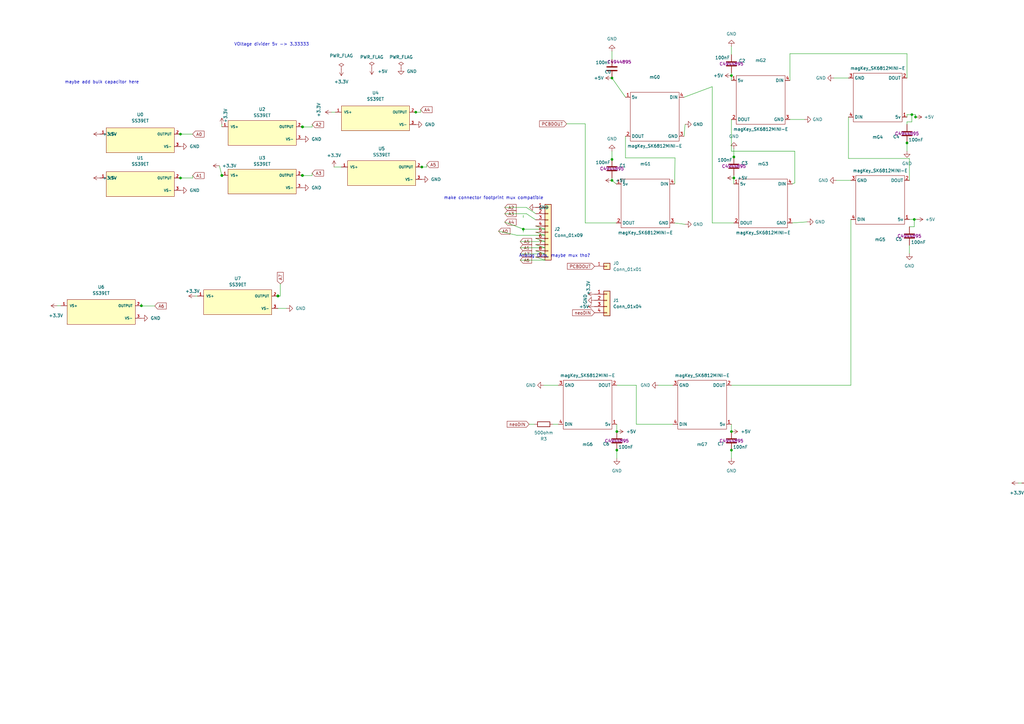
<source format=kicad_sch>
(kicad_sch (version 20211123) (generator eeschema)
  (paper "A3")
  (junction (at 214.63 93.98))
  (junction (at 518.18 144.7))
  (junction (at 374 47))
  (junction (at 251 32))
  (junction (at 694.12 103.7))
  (junction (at 593.12 162.78))
  (junction (at 593.12 175.48))
  (junction (at 593.12 170.4))
  (junction (at 647.12 257.32))
  (junction (at 647.12 249.7))
  (junction (at 769.62 120.7))
  (junction (at 300 177))
  (junction (at 593.12 172.94))
  (junction (at 90.98 71.92))
  (junction (at 695.12 145.7))
  (junction (at 375.5 48))
  (junction (at 485.16 144.7))
  (junction (at 593.12 160.24))
  (junction (at 170.52 46))
  (junction (at 645.12 138.08))
  (junction (at 375 90))
  (junction (at 91.04 72))
  (junction (at 593.12 167.86))
  (junction (at 518.2 124.78))
  (junction (at 468.14 145.7))
  (junction (at 645.12 104.7))
  (junction (at 768.12 119.7))
  (junction (at 301 73))
  (junction (at 593.12 165.32))
  (junction (at 113.98 121.34))
  (junction (at 74.02 55))
  (junction (at 74.02 73))
  (junction (at 645.12 146.7))
  (junction (at 300 31))
  (junction (at 518.14 124.7))
  (junction (at 124.02 52))
  (junction (at 58 125.42))
  (junction (at 485.1 144.62))
  (junction (at 567.14 141.2))
  (junction (at 468.14 127.7))
  (junction (at 769.12 162.7))
  (junction (at 253 184.62))
  (junction (at 253 177))
  (junction (at 508.1 194.04))
  (junction (at 173.02 68.5))
  (junction (at 564.64 118.7))
  (junction (at 452.12 198.12))
  (junction (at 372 58.62))
  (junction (at 301 64.38))
  (junction (at 124.08 52.08))
  (junction (at 114 121.42))
  (junction (at 251 65.38))
  (junction (at 694.12 257.32))
  (junction (at 766.12 131.32))
  (junction (at 695.12 137.08))
  (junction (at 300 184.62))
  (junction (at 251 74))
  (junction (at 124.06 72))
  (junction (at 518.12 144.62))
  (junction (at 694.12 249.7))
  (junction (at 508.12 194.12))
  (junction (at 124 71.92))
  (wire (pts (xy 647.12 257.32) (xy 647.12 256.7)))
  (wire (pts (xy 58 125.42) (xy 58 125.5)))
  (wire (pts (xy 172.5 46) (xy 172.5 45)))
  (wire (pts (xy 564.64 118.7) (xy 566.62 118.7)))
  (wire (pts (xy 518.14 124.7) (xy 518.2 124.78)))
  (wire (pts (xy 694.12 134.7) (xy 720.12 134.7)))
  (wire (pts (xy 213.36 101.6) (xy 223.52 101.6)))
  (wire (pts (xy 620.93 246.7) (xy 623.12 246.7)))
  (wire (pts (xy 603.25 175.26) (xy 610.87 175.26)))
  (wire (pts (xy 645.12 134.7) (xy 645.12 138.08)))
  (wire (pts (xy 468.14 145.7) (xy 473.12 145.7)))
  (wire (pts (xy 276.86 64.77) (xy 276.73 75.44)))
  (wire (pts (xy 128 72) (xy 128 71)))
  (wire (pts (xy 301 64.38) (xy 301 65)))
  (wire (pts (xy 348 32) (xy 342 32)))
  (wire (pts (xy 214.63 95.22) (xy 214.63 93.98)))
  (wire (pts (xy 518.12 144.7) (xy 518.18 144.7)))
  (wire (pts (xy 694.12 91.7) (xy 694.12 95.08)))
  (wire (pts (xy 213.36 99.06) (xy 223.52 99.06)))
  (wire (pts (xy 253 177) (xy 253 174)))
  (wire (pts (xy 531.12 141.2) (xy 534.12 141.2)))
  (wire (pts (xy 695.12 144.7) (xy 695.12 145.7)))
  (wire (pts (xy 766.12 119.7) (xy 768.12 119.7)))
  (wire (pts (xy 324 49) (xy 330 49)))
  (wire (pts (xy 603.25 161.29) (xy 603.25 160.02)))
  (wire (pts (xy 349 158) (xy 349 90)))
  (wire (pts (xy 694.12 230.7) (xy 743.12 230.7)))
  (wire (pts (xy 767.12 165.7) (xy 769.12 165.7)))
  (wire (pts (xy 261 174) (xy 276 174)))
  (wire (pts (xy 128.02 52.08) (xy 128.02 51.08)))
  (wire (pts (xy 124.08 52.08) (xy 128.02 52.08)))
  (wire (pts (xy 593.12 164.7) (xy 593.12 165.32)))
  (wire (pts (xy 300 30) (xy 300 31)))
  (wire (pts (xy 113.98 121.42) (xy 114 121.42)))
  (wire (pts (xy 769.12 162.7) (xy 769.12 165.7)))
  (wire (pts (xy 91 51) (xy 91 52)))
  (wire (pts (xy 251 21) (xy 251 24.38)))
  (wire (pts (xy 694.12 249.7) (xy 694.12 246.7)))
  (wire (pts (xy 650.66 137.47) (xy 670.98 137.47)))
  (wire (pts (xy 114.98 121.42) (xy 114.98 116.42)))
  (wire (pts (xy 623.12 230.7) (xy 617.12 230.7)))
  (wire (pts (xy 300 188) (xy 300 184.62)))
  (wire (pts (xy 593.12 162.7) (xy 593.12 162.78)))
  (wire (pts (xy 518.18 144.7) (xy 522.12 144.7)))
  (wire (pts (xy 645.12 104.7) (xy 650.66 112.58)))
  (wire (pts (xy 718.12 94.7) (xy 718.12 105.7)))
  (wire (pts (xy 694.12 103.7) (xy 694.12 105.7)))
  (wire (pts (xy 766.12 120.7) (xy 766.12 119.7)))
  (wire (pts (xy 214.63 93.98) (xy 223.52 93.98)))
  (wire (pts (xy 655.12 246.7) (xy 670.12 246.7)))
  (wire (pts (xy 452.12 197.2) (xy 452.12 198.12)))
  (wire (pts (xy 372 50) (xy 374 50)))
  (wire (pts (xy 375 90) (xy 376 90)))
  (wire (pts (xy 261 158) (xy 261 174)))
  (wire (pts (xy 301 61) (xy 301 64.38)))
  (wire (pts (xy 215.9 85.09) (xy 219.71 87.63)))
  (wire (pts (xy 373 93) (xy 375 93)))
  (wire (pts (xy 213.36 104.14) (xy 223.52 104.14)))
  (wire (pts (xy 23.48 125.42) (xy 24.98 125.42)))
  (wire (pts (xy 207.01 87.63) (xy 215.9 87.63)))
  (wire (pts (xy 300.99 91.44) (xy 292.1 91.44)))
  (wire (pts (xy 766.12 123.7) (xy 766.12 122.7)))
  (wire (pts (xy 124 71.92) (xy 124.06 72)))
  (wire (pts (xy 301 72) (xy 301 73)))
  (wire (pts (xy 603.25 172.72) (xy 610.87 172.72)))
  (wire (pts (xy 343 74) (xy 349 74)))
  (wire (pts (xy 694.12 257.32) (xy 694.12 256.7)))
  (wire (pts (xy 280.54 39.88) (xy 292.1 35.56)))
  (wire (pts (xy 508.1 194.12) (xy 508.12 194.12)))
  (wire (pts (xy 650.66 128.58) (xy 650.66 137.47)))
  (wire (pts (xy 695.12 137.08) (xy 695.12 137.7)))
  (wire (pts (xy 694.12 102.7) (xy 694.12 103.7)))
  (wire (pts (xy 577.85 161.29) (xy 593.12 160.24)))
  (wire (pts (xy 474.1 194.12) (xy 475.1 194.12)))
  (wire (pts (xy 300 62) (xy 326 62)))
  (wire (pts (xy 694.12 121.7) (xy 694.12 134.7)))
  (wire (pts (xy 452.12 198.12) (xy 452.12 198.2)))
  (wire (pts (xy 253 158) (xy 261 158)))
  (wire (pts (xy 372 22) (xy 324 22)))
  (wire (pts (xy 737.12 146.7) (xy 743.12 146.7)))
  (wire (pts (xy 457.62 198.2) (xy 452.12 198.2)))
  (wire (pts (xy 766.12 94.7) (xy 718.12 94.7)))
  (wire (pts (xy 223.52 93.98) (xy 219.71 92.71)))
  (wire (pts (xy 217 174) (xy 219.19 174)))
  (wire (pts (xy 251 74) (xy 252.73 75.44)))
  (wire (pts (xy 468.14 127.7) (xy 473.12 127.7)))
  (wire (pts (xy 173.02 68.5) (xy 175 68.5)))
  (wire (pts (xy 611.12 246.7) (xy 613.31 246.7)))
  (wire (pts (xy 372 48) (xy 372 47)))
  (wire (pts (xy 372 32) (xy 372 22)))
  (wire (pts (xy 569.12 141.2) (xy 569.12 140.2)))
  (wire (pts (xy 276.73 91.44) (xy 281 92)))
  (wire (pts (xy 137 68.5) (xy 140 68.5)))
  (wire (pts (xy 251 62) (xy 251 65.38)))
  (wire (pts (xy 215.9 87.63) (xy 219.71 90.17)))
  (wire (pts (xy 603.25 170.18) (xy 610.87 170.18)))
  (wire (pts (xy 251 32) (xy 256.54 39.88)))
  (wire (pts (xy 485.12 123.7) (xy 485.12 124.7)))
  (wire (pts (xy 372 58.62) (xy 372 58)))
  (wire (pts (xy 170.5 46) (xy 170.52 46)))
  (wire (pts (xy 603.25 160.02) (xy 610.87 160.02)))
  (wire (pts (xy 136 46) (xy 137.5 46)))
  (wire (pts (xy 593.12 172.94) (xy 593.12 173.7)))
  (wire (pts (xy 214.63 93.98) (xy 207.01 91.09)))
  (wire (pts (xy 647.12 260.7) (xy 647.12 257.32)))
  (wire (pts (xy 670.12 230.7) (xy 664.12 230.7)))
  (wire (pts (xy 593.12 170.4) (xy 593.12 171.7)))
  (wire (pts (xy 213.36 106.68) (xy 223.52 106.68)))
  (wire (pts (xy 113.98 121.34) (xy 114 121.42)))
  (wire (pts (xy 743.12 230.7) (xy 743.12 162.7)))
  (wire (pts (xy 74.02 55) (xy 79 55)))
  (wire (pts (xy 90.98 71.92) (xy 91.04 72)))
  (wire (pts (xy 509.1 194.12) (xy 509.1 189.12)))
  (wire (pts (xy 223.52 106.68) (xy 219.71 105.41)))
  (wire (pts (xy 114 126.5) (xy 117.5 126.5)))
  (wire (pts (xy 175 68.5) (xy 175 67.5)))
  (wire (pts (xy 645.12 145.7) (xy 645.12 146.7)))
  (wire (pts (xy 223.52 104.14) (xy 219.71 102.87)))
  (wire (pts (xy 373 74) (xy 373 65)))
  (wire (pts (xy 251 73) (xy 251 74)))
  (wire (pts (xy 603.25 162.56) (xy 610.87 162.56)))
  (wire (pts (xy 674.66 128.58) (xy 675.12 123.7)))
  (wire (pts (xy 593.12 159.7) (xy 593.12 160.24)))
  (wire (pts (xy 593.12 167.7) (xy 593.12 167.86)))
  (wire (pts (xy 375.5 48) (xy 375.5 48.5)))
  (wire (pts (xy 647.12 230.7) (xy 655.12 230.7)))
  (wire (pts (xy 173 68.5) (xy 173.02 68.5)))
  (wire (pts (xy 256.54 55.88) (xy 256.54 64.77)))
  (wire (pts (xy 647.12 249.7) (xy 647.12 246.7)))
  (wire (pts (xy 646.85 164.14) (xy 634.15 164.14)))
  (wire (pts (xy 114 121.42) (xy 114.98 121.42)))
  (wire (pts (xy 300 19) (xy 300 22.38)))
  (wire (pts (xy 593.12 172.7) (xy 593.12 172.94)))
  (wire (pts (xy 485.1 144.62) (xy 485.12 144.7)))
  (wire (pts (xy 768.12 119.7) (xy 769.62 119.7)))
  (wire (pts (xy 58 124.5) (xy 58 125.42)))
  (wire (pts (xy 251 65.38) (xy 251 66)))
  (wire (pts (xy 372 62) (xy 372 58.62)))
  (wire (pts (xy 90 68) (xy 90.98 71.92)))
  (wire (pts (xy 223.52 96.52) (xy 219.71 95.25)))
  (wire (pts (xy 655.12 230.7) (xy 655.12 246.7)))
  (wire (pts (xy 686.22 108.26) (xy 686.22 164.14)))
  (wire (pts (xy 276 158) (xy 270 158)))
  (wire (pts (xy 567.12 141.2) (xy 567.14 141.2)))
  (wire (pts (xy 326 62) (xy 326 75)))
  (wire (pts (xy 718.12 121.7) (xy 724.12 121.7)))
  (wire (pts (xy 373 90) (xy 375 90)))
  (wire (pts (xy 603.25 167.64) (xy 610.87 167.64)))
  (wire (pts (xy 694.12 260.7) (xy 694.12 257.32)))
  (wire (pts (xy 229 158) (xy 223 158)))
  (wire (pts (xy 645.12 146.7) (xy 646.85 148.14)))
  (wire (pts (xy 372 47) (xy 374 47)))
  (wire (pts (xy 223.52 101.6) (xy 219.71 100.33)))
  (wire (pts (xy 593.12 175.48) (xy 593.12 177.7)))
  (wire (pts (xy 769.62 120.7) (xy 769.62 121.2)))
  (wire (pts (xy 518.14 124.78) (xy 518.2 124.78)))
  (wire (pts (xy 577.85 168.91) (xy 593.12 167.86)))
  (wire (pts (xy 634.15 164.14) (xy 634.15 123.5)))
  (wire (pts (xy 577.85 171.45) (xy 593.12 170.4)))
  (wire (pts (xy 348 65) (xy 348 48)))
  (wire (pts (xy 240.03 91.44) (xy 240.03 50.8)))
  (wire (pts (xy 301 73) (xy 300.99 75.44)))
  (wire (pts (xy 769.12 162.7) (xy 770.12 162.7)))
  (wire (pts (xy 253 188) (xy 253 184.62)))
  (wire (pts (xy 766.12 104.7) (xy 766.12 94.7)))
  (wire (pts (xy 252.73 91.44) (xy 240.03 91.44)))
  (wire (pts (xy 373 65) (xy 348 65)))
  (wire (pts (xy 232.41 50.8) (xy 240.03 50.8)))
  (wire (pts (xy 326 75) (xy 324.99 75.44)))
  (wire (pts (xy 674.66 112.58) (xy 686.22 108.26)))
  (wire (pts (xy 485.1 144.62) (xy 485.16 144.7)))
  (wire (pts (xy 603.25 177.8) (xy 610.87 177.8)))
  (wire (pts (xy 767.12 176.7) (xy 767.12 173.32)))
  (wire (pts (xy 300 177) (xy 300 174)))
  (wire (pts (xy 593.12 169.7) (xy 593.12 170.4)))
  (wire (pts (xy 593.12 160.24) (xy 593.12 160.7)))
  (wire (pts (xy 280.54 55.88) (xy 281 51)))
  (wire (pts (xy 226.81 174) (xy 229 174)))
  (wire (pts (xy 695.12 133.7) (xy 695.12 137.08)))
  (wire (pts (xy 212.09 96.52) (xy 223.52 96.52)))
  (wire (pts (xy 300 184.62) (xy 300 184)))
  (wire (pts (xy 124.06 72) (xy 128 72)))
  (wire (pts (xy 214.63 88.31) (xy 214.63 89.22)))
  (wire (pts (xy 417.6 198.12) (xy 419.1 198.12)))
  (wire (pts (xy 375 90) (xy 375 93)))
  (wire (pts (xy 566.62 118.7) (xy 566.62 117.7)))
  (wire (pts (xy 719.11 164.14) (xy 725.12 163.7)))
  (wire (pts (xy 170.52 46) (xy 172.5 46)))
  (wire (pts (xy 670.85 164.14) (xy 675.12 164.7)))
  (wire (pts (xy 468.12 127.7) (xy 468.14 127.7)))
  (wire (pts (xy 375.5 47) (xy 375.5 48)))
  (wire (pts (xy 79 73) (xy 79 72)))
  (wire (pts (xy 626.53 123.5) (xy 634.15 123.5)))
  (wire (pts (xy 767.12 162.7) (xy 769.12 162.7)))
  (wire (pts (xy 300 49) (xy 300 62)))
  (wire (pts (xy 223.52 99.06) (xy 219.71 97.79)))
  (wire (pts (xy 484.12 140.7) (xy 485.1 144.62)))
  (wire (pts (xy 766.12 131.32) (xy 766.12 130.7)))
  (wire (pts (xy 577.85 166.37) (xy 593.12 165.32)))
  (wire (pts (xy 530.12 118.7) (xy 531.62 118.7)))
  (wire (pts (xy 518.2 124.78) (xy 522.14 124.78)))
  (wire (pts (xy 508.12 194.12) (xy 509.1 194.12)))
  (wire (pts (xy 372 51) (xy 372 50)))
  (wire (pts (xy 742.12 137.7) (xy 742.12 120.7)))
  (wire (pts (xy 374 47) (xy 375.5 47)))
  (wire (pts (xy 567.14 141.2) (xy 569.12 141.2)))
  (wire (pts (xy 63.5 125.5) (xy 58 125.5)))
  (wire (pts (xy 324.99 91.44) (xy 331 91)))
  (wire (pts (xy 577.85 176.53) (xy 593.12 175.48)))
  (wire (pts (xy 374 47) (xy 374 50)))
  (wire (pts (xy 695.12 145.7) (xy 695.11 148.14)))
  (wire (pts (xy 473.12 145.7) (xy 473.12 144.7)))
  (wire (pts (xy 124 72) (xy 124.06 72)))
  (wire (pts (xy 766.12 122.7) (xy 768.12 122.7)))
  (wire (pts (xy 256.54 64.77) (xy 276.86 64.77)))
  (wire (pts (xy 74 73) (xy 74.02 73)))
  (wire (pts (xy 79.98 121.42) (xy 80.98 121.42)))
  (wire (pts (xy 292.1 35.56) (xy 292.1 91.44)))
  (wire (pts (xy 207.01 85.09) (xy 215.9 85.09)))
  (wire (pts (xy 522.12 144.7) (xy 522.12 143.7)))
  (wire (pts (xy 603.25 165.1) (xy 610.87 165.1)))
  (wire (pts (xy 769.62 119.7) (xy 769.62 120.7)))
  (wire (pts (xy 564.62 118.7) (xy 564.64 118.7)))
  (wire (pts (xy 577.85 173.99) (xy 593.12 172.94)))
  (wire (pts (xy 124.02 52.08) (xy 124.08 52.08)))
  (wire (pts (xy 593.12 167.86) (xy 593.12 168.7)))
  (wire (pts (xy 670.98 137.47) (xy 670.85 148.14)))
  (wire (pts (xy 518.12 144.62) (xy 518.18 144.7)))
  (wire (pts (xy 300 158) (xy 349 158)))
  (wire (pts (xy 508.12 199.2) (xy 511.62 199.2)))
  (wire (pts (xy 74.02 73) (xy 79 73)))
  (wire (pts (xy 300 31) (xy 300 33)))
  (wire (pts (xy 767.12 137.7) (xy 742.12 137.7)))
  (wire (pts (xy 212.09 96.52) (xy 204.47 94.82)))
  (wire (pts (xy 253 184.62) (xy 253 184)))
  (wire (pts (xy 695.11 164.14) (xy 686.22 164.14)))
  (wire (pts (xy 593.12 162.78) (xy 593.12 163.7)))
  (wire (pts (xy 468.12 145.7) (xy 468.14 145.7)))
  (wire (pts (xy 768.12 119.7) (xy 768.12 122.7)))
  (wire (pts (xy 720.12 147.7) (xy 719.11 148.14)))
  (wire (pts (xy 508.1 194.04) (xy 508.12 194.12)))
  (wire (pts (xy 645.12 138.08) (xy 645.12 138.7)))
  (wire (pts (xy 767.12 146.7) (xy 767.12 137.7)))
  (wire (pts (xy 324 22) (xy 324 33)))
  (wire (pts (xy 593.12 165.32) (xy 593.12 166.7)))
  (wire (pts (xy 124.02 52) (xy 124.08 52.08)))
  (wire (pts (xy 90.98 71.92) (xy 91 72)))
  (wire (pts (xy 74 55) (xy 74.02 55)))
  (wire (pts (xy 593.12 174.7) (xy 593.12 175.48)))
  (wire (pts (xy 373 104) (xy 373 100.62)))
  (wire (pts (xy 742.12 104.7) (xy 736.12 104.7)))
  (wire (pts (xy 577.85 163.83) (xy 593.12 162.78)))
  (wire (pts (xy 522.14 124.78) (xy 522.14 123.78)))
  (wire (pts (xy 720.12 134.7) (xy 720.12 147.7)))
  (wire (pts (xy 645.12 93.7) (xy 645.12 97.08)))
  (wire (pts (xy 766.12 134.7) (xy 766.12 131.32)))
  (text "VOltage divider 5v -> 3.33333\n" (at 490.12 91.7 0) (effects (font (size 1.27 1.27)) (justify left bottom)))
  (text "VOltage divider 5v -> 3.33333\n" (at 96 19 0) (effects (font (size 1.27 1.27)) (justify left bottom)))
  (text "maybe add bulk capacitor here\n" (at 26.5 34.5 0) (effects (font (size 1.27 1.27)) (justify left bottom)))
  (text "maybe add bulk capacitor here\n" (at 420.62 107.2 0) (effects (font (size 1.27 1.27)) (justify left bottom)))
  (text "make connector footprint mux compatible\n" (at 576.12 154.7 0) (effects (font (size 1.27 1.27)) (justify left bottom)))
  (text "make connector footprint mux compatible\n" (at 182 82 0) (effects (font (size 1.27 1.27)) (justify left bottom)))
  (text "Analog Outs, maybe mux tho?\n" (at 212.81 105.68 0) (effects (font (size 1.27 1.27)) (justify left bottom)))
  (text "Analog Outs, maybe mux tho?\n" (at 603.25 177.8 0) (effects (font (size 1.27 1.27)) (justify left bottom)))
  (global_label "A12" (shape input) (at 603.25 160.02 0) (property "Intersheet References" "${INTERSHEET_REFS}" (effects hide)))
  (global_label "A15" (shape input) (at 569.12 140.2 0) (property "Intersheet References" "${INTERSHEET_REFS}" (effects hide)))
  (global_label "A17" (shape input) (at 509.1 189.12 90) (property "Intersheet References" "${INTERSHEET_REFS}" (effects hide)))
  (global_label "neoDIN" (shape input) (at 217 174 180) (property "Intersheet References" "${INTERSHEET_REFS}" (effects hide)))
  (global_label "A1" (shape input) (at 213.36 101.6 0) (property "Intersheet References" "${INTERSHEET_REFS}" (effects hide)))
  (global_label "A5" (shape input) (at 175 67.5 0) (property "Intersheet References" "${INTERSHEET_REFS}" (effects hide)))
  (global_label "A1" (shape input) (at 79 72 0) (property "Intersheet References" "${INTERSHEET_REFS}" (effects hide)))
  (global_label "A4" (shape input) (at 207.01 91.09 0) (property "Intersheet References" "${INTERSHEET_REFS}" (effects hide)))
  (global_label "neoDIN" (shape input) (at 243.84 128.27 180) (property "Intersheet References" "${INTERSHEET_REFS}" (effects hide)))
  (global_label "A2" (shape input) (at 207.01 85.09 0) (property "Intersheet References" "${INTERSHEET_REFS}" (effects hide)))
  (global_label "A6" (shape input) (at 63.5 125.5 0) (property "Intersheet References" "${INTERSHEET_REFS}" (effects hide)))
  (global_label "A10" (shape input) (at 603.25 167.64 0) (property "Intersheet References" "${INTERSHEET_REFS}" (effects hide)))
  (global_label "PCBDOUT2" (shape input) (at 626.53 123.5 180) (property "Intersheet References" "${INTERSHEET_REFS}" (effects hide)))
  (global_label "PCBDOUT" (shape input) (at 243.84 109.22 180) (property "Intersheet References" "${INTERSHEET_REFS}" (effects hide)))
  (global_label "A11" (shape input) (at 473.12 144.7 0) (property "Intersheet References" "${INTERSHEET_REFS}" (effects hide)))
  (global_label "A14" (shape input) (at 566.62 117.7 0) (property "Intersheet References" "${INTERSHEET_REFS}" (effects hide)))
  (global_label "A14" (shape input) (at 603.25 165.1 0) (property "Intersheet References" "${INTERSHEET_REFS}" (effects hide)))
  (global_label "A11" (shape input) (at 603.25 172.72 0) (property "Intersheet References" "${INTERSHEET_REFS}" (effects hide)))
  (global_label "A7" (shape input) (at 213.36 104.14 0) (property "Intersheet References" "${INTERSHEET_REFS}" (effects hide)))
  (global_label "A6" (shape input) (at 213.36 106.68 0) (property "Intersheet References" "${INTERSHEET_REFS}" (effects hide)))
  (global_label "A3" (shape input) (at 207.01 87.63 0) (property "Intersheet References" "${INTERSHEET_REFS}" (effects hide)))
  (global_label "PCBDOUT" (shape input) (at 232.41 50.8 180) (property "Intersheet References" "${INTERSHEET_REFS}" (effects hide)))
  (global_label "A0" (shape input) (at 79 55 0) (property "Intersheet References" "${INTERSHEET_REFS}" (effects hide)))
  (global_label "A12" (shape input) (at 522.14 123.78 0) (property "Intersheet References" "${INTERSHEET_REFS}" (effects hide)))
  (global_label "PCBDOUT2" (shape input) (at 637.96 181.92 180) (property "Intersheet References" "${INTERSHEET_REFS}" (effects hide)))
  (global_label "A7" (shape input) (at 114.98 116.42 90) (property "Intersheet References" "${INTERSHEET_REFS}" (effects hide)))
  (global_label "A3" (shape input) (at 128 71 0) (property "Intersheet References" "${INTERSHEET_REFS}" (effects hide)))
  (global_label "A16" (shape input) (at 457.62 198.2 0) (property "Intersheet References" "${INTERSHEET_REFS}" (effects hide)))
  (global_label "A10" (shape input) (at 473.12 127.7 0) (property "Intersheet References" "${INTERSHEET_REFS}" (effects hide)))
  (global_label "A5" (shape input) (at 213.36 99.06 0) (property "Intersheet References" "${INTERSHEET_REFS}" (effects hide)))
  (global_label "A2" (shape input) (at 128.02 51.08 0) (property "Intersheet References" "${INTERSHEET_REFS}" (effects hide)))
  (global_label "A15" (shape input) (at 603.25 170.18 0) (property "Intersheet References" "${INTERSHEET_REFS}" (effects hide)))
  (global_label "A4" (shape input) (at 172.5 45 0) (property "Intersheet References" "${INTERSHEET_REFS}" (effects hide)))
  (global_label "A16" (shape input) (at 603.25 177.8 0) (property "Intersheet References" "${INTERSHEET_REFS}" (effects hide)))
  (global_label "A0" (shape input) (at 204.47 94.82 0) (property "Intersheet References" "${INTERSHEET_REFS}" (effects hide)))
  (global_label "neoDIN2" (shape input) (at 611.12 246.7 180) (property "Intersheet References" "${INTERSHEET_REFS}" (effects hide)))
  (global_label "A17" (shape input) (at 603.25 175.26 0) (property "Intersheet References" "${INTERSHEET_REFS}" (effects hide)))
  (global_label "A13" (shape input) (at 522.12 143.7 0) (property "Intersheet References" "${INTERSHEET_REFS}" (effects hide)))
  (global_label "A13" (shape input) (at 603.25 162.56 0) (property "Intersheet References" "${INTERSHEET_REFS}" (effects hide)))
  (global_label "neoDIN2" (shape input) (at 637.96 200.97 180) (property "Intersheet References" "${INTERSHEET_REFS}" (effects hide)))
  (symbol (lib_id "power:+3.3V") (at 243.84 120.65 90) (unit 1)
    (property "Reference" "#PWR0110" (effects hide))
    (property "Value" "+3.3V" (at 241.3 118.11 0))
  )
  (symbol (lib_id "power:+3.3V") (at 435.12 145.7 90) (unit 1)
    (property "Reference" "#PWR03" (effects hide))
    (property "Value" "+3.3V" (at 436.22 145.6999 90) (effects (justify right)))
  )
  (symbol (lib_id "power:GND") (at 518.14 129.78 90) (unit 1)
    (property "Reference" "#PWR036" (effects hide))
    (property "Value" "GND" (at 521.88 129.7799 90) (effects (justify right)))
  )
  (symbol (lib_id "power:GND") (at 737.12 146.7 270) (unit 1)
    (property "Reference" "#PWR066" (effects hide))
    (property "Value" "GND" (at 733.86 146.7001 90) (effects (justify right)))
  )
  (symbol (lib_id "power:PWR_FLAG") (at 140 28.5 0) (unit 1)
    (property "Reference" "#FLG0103" (effects hide))
    (property "Value" "PWR_FLAG" (at 140 22.86 0))
  )
  (symbol (lib_id "power:+3.3V") (at 137 68.5 0) (unit 1)
    (property "Reference" "#PWR0112" (effects hide))
    (property "Value" "+3.3V" (at 137 63.73 0))
  )
  (symbol (lib_id "power:GND") (at 694.12 260.7 0) (unit 1)
    (property "Reference" "#PWR060" (effects hide))
    (property "Value" "GND" (at 694.12 265.78 0))
  )
  (symbol (lib_id "power:GND") (at 300 19 180) (unit 1)
    (property "Reference" "#PWR012" (effects hide))
    (property "Value" "GND" (at 300 13.92 0))
  )
  (symbol (lib_id "projSymLib:magKey_SK6812MINI-E") (at 755.12 155.7 180) (unit 1) (in_bom no)
    (property "Reference" "mG15" (at 755.12 170.94 0))
    (property "Value" "magKey_SK6812MINI-E" (at 755.12 142.7 0))
    (property "Footprint" "projLib:magKey_SK6812MINI-E" (effects hide))
  )
  (symbol (lib_id "Device:100nF ") (at 694.12 98.89 180) (unit 1)
    (property "Reference" "C12" (at 697.23 97.6199 0) (effects (justify right)))
    (property "Value" "100nF " (at 693.485 96.35 0) (effects (justify left)))
    (property "Footprint" "Keebio-Parts2:C_0603" (effects hide))
    (property "LCSC" "C4944895" (at 694.12 98.89 0))
  )
  (symbol (lib_id "projSymLib:SS39ET") (at 88.44 71.92 0) (unit 1)
    (property "Reference" "U3" (at 107.49 64.77 0))
    (property "Value" "SS39ET" (at 107.49 67.31 0))
    (property "Footprint" "projLib:SOT95P247X115-3N" (effects hide))
    (property "Datasheet" "https://sensing.honeywell.com/index.php?ci_id=50359" (effects hide))
    (property "LCSC" "C126669" (effects hide))
  )
  (symbol (lib_id "power:GND") (at 74.02 78.08 90) (unit 1)
    (property "Reference" "#PWR0113" (effects hide))
    (property "Value" "GND" (at 77.76 78.0799 90) (effects (justify right)))
  )
  (symbol (lib_id "power:GND") (at 724.12 121.7 90) (unit 1)
    (property "Reference" "#PWR063" (effects hide))
    (property "Value" "GND" (at 727.38 121.6999 90) (effects (justify right)))
  )
  (symbol (lib_id "projSymLib:magKey_SK6812MINI-E") (at 707.11 155.14 0) (unit 1) (in_bom no)
    (property "Reference" "mG13" (at 707.11 139.9 0))
    (property "Value" "magKey_SK6812MINI-E" (at 707.11 168.14 0))
    (property "Footprint" "projLib:magKey_SK6812MINI-E" (effects hide))
  )
  (symbol (lib_id "projSymLib:SS39ET") (at 472.56 194.12 0) (unit 1)
    (property "Reference" "U17" (at 491.61 186.69 0))
    (property "Value" "SS39ET" (at 491.61 189.23 0))
    (property "Footprint" "projLib:SOT95P247X115-3N" (effects hide))
    (property "Datasheet" "https://sensing.honeywell.com/index.php?ci_id=50359" (effects hide))
    (property "LCSC" "C126669" (effects hide))
  )
  (symbol (lib_id "power:+3.3V") (at 23.48 125.42 90) (unit 1)
    (property "Reference" "#PWR08" (effects hide))
    (property "Value" "+3.3V" (at 19.98 129.42 90) (effects (justify right)))
  )
  (symbol (lib_id "projSymLib:SS39ET") (at 88.46 52 0) (unit 1)
    (property "Reference" "U2" (at 107.51 44.8 0))
    (property "Value" "SS39ET" (at 107.51 47.34 0))
    (property "Footprint" "projLib:SOT95P247X115-3N" (effects hide))
    (property "Datasheet" "https://sensing.honeywell.com/index.php?ci_id=50359" (effects hide))
    (property "LCSC" "C126669" (effects hide))
  )
  (symbol (lib_id "power:GND") (at 468.14 132.78 90) (unit 1)
    (property "Reference" "#PWR029" (effects hide))
    (property "Value" "GND" (at 471.88 132.7799 90) (effects (justify right)))
  )
  (symbol (lib_id "Device:100nF ") (at 645.12 141.89 180) (unit 1)
    (property "Reference" "C11" (at 648.97 140.6199 0) (effects (justify right)))
    (property "Value" "100nF " (at 644.485 139.35 0) (effects (justify left)))
    (property "Footprint" "Keebio-Parts2:C_0603" (effects hide))
    (property "LCSC" "C4944895" (at 645.12 141.89 0))
  )
  (symbol (lib_id "power:GND") (at 518.12 149.7 90) (unit 1)
    (property "Reference" "#PWR035" (effects hide))
    (property "Value" "GND" (at 521.86 149.6999 90) (effects (justify right)))
  )
  (symbol (lib_id "power:+5V") (at 694.12 103.7 90) (unit 1)
    (property "Reference" "#PWR058" (effects hide))
    (property "Value" "+5V" (at 690.77 103.6999 90) (effects (justify left)))
  )
  (symbol (lib_id "Device:100nF ") (at 251 69.19 180) (unit 1)
    (property "Reference" "C1" (at 254 67.9199 0) (effects (justify right)))
    (property "Value" "100nF " (at 250.365 66.65 0) (effects (justify left)))
    (property "Footprint" "Keebio-Parts2:C_0603" (effects hide))
    (property "LCSC" "C4944895" (at 251 69.19 0))
  )
  (symbol (lib_id "Device:R") (at 617.12 246.7 90) (unit 1) (in_bom no)
    (property "Reference" "R1" (at 617.12 252.71 90))
    (property "Value" "500ohm" (at 617.12 250.17 90))
    (property "Footprint" "Resistor_THT:R_Axial_DIN0414_L11.9mm_D4.5mm_P15.24mm_Horizontal" (effects hide))
  )
  (symbol (lib_id "power:GND") (at 645.12 93.7 180) (unit 1)
    (property "Reference" "#PWR048" (effects hide))
    (property "Value" "GND" (at 645.12 88.62 0))
  )
  (symbol (lib_id "Device:R") (at 223 174 90) (unit 1) (in_bom no)
    (property "Reference" "R3" (at 223 180.01 90))
    (property "Value" "500ohm" (at 223 177.47 90))
    (property "Footprint" "Resistor_THT:R_Axial_DIN0414_L11.9mm_D4.5mm_P15.24mm_Horizontal" (effects hide))
  )
  (symbol (lib_id "power:+3.3V") (at 531.12 141.2 0) (unit 1)
    (property "Reference" "#PWR038" (effects hide))
    (property "Value" "+3.3V" (at 531.12 136.43 0))
  )
  (symbol (lib_id "power:GND") (at 170.52 51.08 90) (unit 1)
    (property "Reference" "#PWR06" (effects hide))
    (property "Value" "GND" (at 174.26 51.0799 90) (effects (justify right)))
  )
  (symbol (lib_id "Device:100nF ") (at 300 180.81 0) (unit 1)
    (property "Reference" "C7" (at 296.97 182.0801 0) (effects (justify right)))
    (property "Value" "100nF " (at 300.635 183.35 0) (effects (justify left)))
    (property "Footprint" "Keebio-Parts2:C_0603" (effects hide))
    (property "LCSC" "C4944895" (at 300 180.81 0))
  )
  (symbol (lib_id "power:GND") (at 251 21 180) (unit 1)
    (property "Reference" "#PWR0106" (effects hide))
    (property "Value" "GND" (at 251 15.92 0))
  )
  (symbol (lib_id "power:+5V") (at 645.12 104.7 90) (unit 1)
    (property "Reference" "#PWR049" (effects hide))
    (property "Value" "+5V" (at 641.77 104.6999 90) (effects (justify left)))
  )
  (symbol (lib_id "projSymLib:magKey_SK6812MINI-E") (at 288 167 180) (unit 1) (in_bom no)
    (property "Reference" "mG7" (at 288 182.24 0))
    (property "Value" "magKey_SK6812MINI-E" (at 288 154 0))
    (property "Footprint" "projLib:magKey_SK6812MINI-E" (effects hide))
  )
  (symbol (lib_id "projSymLib:magKey_SK6812MINI-E") (at 268.54 46.88 0) (unit 1) (in_bom no)
    (property "Reference" "mG0" (at 268.54 31.64 0))
    (property "Value" "magKey_SK6812MINI-E" (at 268.54 59.88 0))
    (property "Footprint" "projLib:magKey_SK6812MINI-E_FLIPPED" (effects hide))
  )
  (symbol (lib_id "power:+5V") (at 769.62 120.7 270) (unit 1)
    (property "Reference" "#PWR069" (effects hide))
    (property "Value" "+5V" (at 773.08 120.6999 90) (effects (justify left)))
  )
  (symbol (lib_id "projSymLib:SS39ET") (at 137.46 68.5 0) (unit 1)
    (property "Reference" "U5" (at 156.51 60.96 0))
    (property "Value" "SS39ET" (at 156.51 63.5 0))
    (property "Footprint" "projLib:SOT95P247X115-3N" (effects hide))
    (property "Datasheet" "https://sensing.honeywell.com/index.php?ci_id=50359" (effects hide))
    (property "LCSC" "C126669" (effects hide))
  )
  (symbol (lib_id "power:GND") (at 164.5 28 0) (unit 1)
    (property "Reference" "#PWR0120" (effects hide))
    (property "Value" "GND" (at 166.84 29.2699 0) (effects (justify left)))
  )
  (symbol (lib_id "power:GND") (at 372 62 0) (unit 1)
    (property "Reference" "#PWR019" (effects hide))
    (property "Value" "GND" (at 372 67.08 0))
  )
  (symbol (lib_id "power:GND") (at 695.12 133.7 180) (unit 1)
    (property "Reference" "#PWR061" (effects hide))
    (property "Value" "GND" (at 695.12 128.62 0))
  )
  (symbol (lib_id "Device:100nF ") (at 695.12 140.89 180) (unit 1)
    (property "Reference" "C13" (at 698.15 139.6199 0) (effects (justify right)))
    (property "Value" "100nF " (at 694.485 138.35 0) (effects (justify left)))
    (property "Footprint" "Keebio-Parts2:C_0603" (effects hide))
    (property "LCSC" "C4944895" (at 695.12 140.89 0))
  )
  (symbol (lib_id "projSymLib:SS39ET") (at 38.46 55 0) (unit 1)
    (property "Reference" "U0" (at 57.51 46.99 0))
    (property "Value" "SS39ET" (at 57.51 49.53 0))
    (property "Footprint" "projLib:SOT95P247X115-3N" (effects hide))
    (property "Datasheet" "https://sensing.honeywell.com/index.php?ci_id=50359" (effects hide))
    (property "LCSC" "C126669" (effects hide))
  )
  (symbol (lib_id "power:GND") (at 251 62 180) (unit 1)
    (property "Reference" "#PWR0104" (effects hide))
    (property "Value" "GND" (at 251 56.92 0))
  )
  (symbol (lib_id "power:GND") (at 219.71 85.09 270) (unit 1)
    (property "Reference" "#PWR0123" (effects hide))
    (property "Value" "GND" (at 220.98 85.0899 90) (effects (justify left)))
  )
  (symbol (lib_id "power:+3.3V") (at 484.12 140.7 90) (unit 1)
    (property "Reference" "#PWR032" (effects hide))
    (property "Value" "+3.3V" (at 485.22 140.6999 90) (effects (justify right)))
  )
  (symbol (lib_id "power:GND") (at 564.64 123.78 90) (unit 1)
    (property "Reference" "#PWR042" (effects hide))
    (property "Value" "GND" (at 568.38 123.7799 90) (effects (justify right)))
  )
  (symbol (lib_id "projSymLib:SS39ET") (at 482.58 124.7 0) (unit 1)
    (property "Reference" "U12" (at 501.63 116.84 0))
    (property "Value" "SS39ET" (at 501.63 119.38 0))
    (property "Footprint" "projLib:SOT95P247X115-3N" (effects hide))
    (property "Datasheet" "https://sensing.honeywell.com/index.php?ci_id=50359" (effects hide))
    (property "LCSC" "C126669" (effects hide))
  )
  (symbol (lib_id "power:GND") (at 342 32 270) (unit 1)
    (property "Reference" "#PWR0102" (effects hide))
    (property "Value" "GND" (at 338.74 32.0001 90) (effects (justify right)))
  )
  (symbol (lib_id "projSymLib:SS39ET") (at 22.44 125.42 0) (unit 1)
    (property "Reference" "U6" (at 41.49 117.72 0))
    (property "Value" "SS39ET" (at 41.49 120.26 0))
    (property "Footprint" "projLib:SOT95P247X115-3N" (effects hide))
    (property "Datasheet" "https://sensing.honeywell.com/index.php?ci_id=50359" (effects hide))
    (property "LCSC" "C126669" (effects hide))
  )
  (symbol (lib_id "power:GND") (at 173.02 73.58 90) (unit 1)
    (property "Reference" "#PWR07" (effects hide))
    (property "Value" "GND" (at 176.76 73.5799 90) (effects (justify right)))
  )
  (symbol (lib_id "power:GND") (at 74.02 60.08 90) (unit 1)
    (property "Reference" "#PWR0114" (effects hide))
    (property "Value" "GND" (at 77.76 60.0799 90) (effects (justify right)))
  )
  (symbol (lib_id "power:+3.3V") (at 485.12 123.7 0) (unit 1)
    (property "Reference" "#PWR033" (effects hide))
    (property "Value" "+3.3V" (at 486.62 117.2 90) (effects (justify right)))
  )
  (symbol (lib_id "power:GND") (at 124.02 57.08 90) (unit 1)
    (property "Reference" "#PWR04" (effects hide))
    (property "Value" "GND" (at 127.76 57.0799 90) (effects (justify right)))
  )
  (symbol (lib_id "power:+3.3V") (at 417.6 198.12 90) (unit 1)
    (property "Reference" "#PWR01" (effects hide))
    (property "Value" "+3.3V" (at 414.1 202.12 90) (effects (justify right)))
  )
  (symbol (lib_id "Device:100nF ") (at 251 28.19 180) (unit 1)
    (property "Reference" "C0" (at 248 29.4601 0) (effects (justify right)))
    (property "Value" "100nF " (at 250.365 25.65 0) (effects (justify left)))
    (property "Footprint" "Keebio-Parts2:C_0603" (effects hide))
    (property "LCSC" "C4944895" (at 254 25.4 0))
  )
  (symbol (lib_id "power:+3.3V") (at 530.12 118.7 90) (unit 1)
    (property "Reference" "#PWR037" (effects hide))
    (property "Value" "+3.3V" (at 524.82 117.78 0))
  )
  (symbol (lib_id "power:+5V") (at 300 31 90) (unit 1)
    (property "Reference" "#PWR013" (effects hide))
    (property "Value" "+5V" (at 296.65 30.9999 90) (effects (justify left)))
  )
  (symbol (lib_id "projSymLib:SS39ET") (at 38.46 73 0) (unit 1)
    (property "Reference" "U1" (at 57.51 64.77 0))
    (property "Value" "SS39ET" (at 57.51 67.31 0))
    (property "Footprint" "projLib:SOT95P247X115-3N" (effects hide))
    (property "Datasheet" "https://sensing.honeywell.com/index.php?ci_id=50359" (effects hide))
    (property "LCSC" "C126669" (effects hide))
  )
  (symbol (lib_id "power:GND") (at 637.96 195.89 270) (unit 1)
    (property "Reference" "#PWR046" (effects hide))
    (property "Value" "GND" (at 634.15 193.35 0) (effects (justify left)))
  )
  (symbol (lib_id "power:+5V") (at 645.12 146.7 90) (unit 1)
    (property "Reference" "#PWR051" (effects hide))
    (property "Value" "+5V" (at 646.57 146.6999 90) (effects (justify right)))
  )
  (symbol (lib_id "power:GND") (at 253 188 0) (unit 1)
    (property "Reference" "#PWR024" (effects hide))
    (property "Value" "GND" (at 253 193.08 0))
  )
  (symbol (lib_id "Device:100nF ") (at 766.12 127.51 0) (unit 1)
    (property "Reference" "C14" (at 763.09 128.7801 0) (effects (justify right)))
    (property "Value" "100nF " (at 766.755 130.05 0) (effects (justify left)))
    (property "Footprint" "Keebio-Parts2:C_0603" (effects hide))
    (property "LCSC" "C4944895" (at 766.12 127.51 0))
  )
  (symbol (lib_id "power:GND") (at 468.14 150.78 90) (unit 1)
    (property "Reference" "#PWR030" (effects hide))
    (property "Value" "GND" (at 471.88 150.7799 90) (effects (justify right)))
  )
  (symbol (lib_id "power:+5V") (at 301 73 90) (unit 1)
    (property "Reference" "#PWR016" (effects hide))
    (property "Value" "+5V" (at 302.45 72.9999 90) (effects (justify right)))
  )
  (symbol (lib_id "power:GND") (at 373 104 0) (unit 1)
    (property "Reference" "#PWR021" (effects hide))
    (property "Value" "GND" (at 373 109.08 0))
  )
  (symbol (lib_id "projSymLib:SS39ET") (at 482.56 144.62 0) (unit 1)
    (property "Reference" "U13" (at 501.61 137.16 0))
    (property "Value" "SS39ET" (at 501.61 139.7 0))
    (property "Footprint" "projLib:SOT95P247X115-3N" (effects hide))
    (property "Datasheet" "https://sensing.honeywell.com/index.php?ci_id=50359" (effects hide))
    (property "LCSC" "C126669" (effects hide))
  )
  (symbol (lib_id "power:+5V") (at 251 32 90) (unit 1)
    (property "Reference" "#PWR0105" (effects hide))
    (property "Value" "+5V" (at 247.65 31.9999 90) (effects (justify left)))
  )
  (symbol (lib_id "power:+5V") (at 694.12 249.7 270) (unit 1)
    (property "Reference" "#PWR059" (effects hide))
    (property "Value" "+5V" (at 697.92 249.6999 90) (effects (justify left)))
  )
  (symbol (lib_id "power:+3.3V") (at 136 46 90) (unit 1)
    (property "Reference" "#PWR0111" (effects hide))
    (property "Value" "+3.3V" (at 130.7 45.08 0))
  )
  (symbol (lib_id "power:+5V") (at 152.5 28 180) (unit 1)
    (property "Reference" "#PWR0119" (effects hide))
    (property "Value" "+5V" (at 154.87 29.2699 0) (effects (justify right)))
  )
  (symbol (lib_id "power:GND") (at 243.84 123.19 270) (unit 1)
    (property "Reference" "#PWR0122" (effects hide))
    (property "Value" "GND" (at 240.03 120.65 0) (effects (justify left)))
  )
  (symbol (lib_id "power:+5V") (at 243.84 125.73 90) (unit 1)
    (property "Reference" "#PWR0109" (effects hide))
    (property "Value" "+5V" (at 237.49 125.73 90) (effects (justify right)))
  )
  (symbol (lib_id "power:+3.3V") (at 435.12 127.7 90) (unit 1)
    (property "Reference" "#PWR02" (effects hide))
    (property "Value" "+3.3V" (at 436.22 127.6999 90) (effects (justify right)))
  )
  (symbol (lib_id "Device:100nF ") (at 300 26.19 180) (unit 1)
    (property "Reference" "C2" (at 303.03 24.9199 0) (effects (justify right)))
    (property "Value" "100nF " (at 299.365 23.65 0) (effects (justify left)))
    (property "Footprint" "Keebio-Parts2:C_0603" (effects hide))
    (property "LCSC" "C4944895" (at 300 26.19 0))
  )
  (symbol (lib_id "power:GND") (at 223 158 270) (unit 1)
    (property "Reference" "#PWR022" (effects hide))
    (property "Value" "GND" (at 219.74 158.0001 90) (effects (justify right)))
  )
  (symbol (lib_id "power:GND") (at 766.12 134.7 0) (unit 1)
    (property "Reference" "#PWR067" (effects hide))
    (property "Value" "GND" (at 766.12 139.78 0))
  )
  (symbol (lib_id "projSymLib:magKey_SK6812MINI-E") (at 360 41 180) (unit 1) (in_bom no)
    (property "Reference" "mG4" (at 360 56.24 0))
    (property "Value" "magKey_SK6812MINI-E" (at 360 28 0))
    (property "Footprint" "projLib:magKey_SK6812MINI-E_FLIPPED" (effects hide))
  )
  (symbol (lib_id "power:+5V") (at 770.12 162.7 270) (unit 1)
    (property "Reference" "#PWR070" (effects hide))
    (property "Value" "+5V" (at 773.58 162.6999 90) (effects (justify left)))
  )
  (symbol (lib_id "power:GND") (at 281 92 90) (unit 1)
    (property "Reference" "#PWR0107" (effects hide))
    (property "Value" "GND" (at 284.26 91.9999 90) (effects (justify right)))
  )
  (symbol (lib_id "projSymLib:magKey_SK6812MINI-E") (at 706.12 112.7 0) (unit 1) (in_bom no)
    (property "Reference" "mG12" (at 706.12 97.46 0))
    (property "Value" "magKey_SK6812MINI-E" (at 706.12 125.7 0))
    (property "Footprint" "projLib:magKey_SK6812MINI-E_FLIPPED" (effects hide))
  )
  (symbol (lib_id "projSymLib:magKey_SK6812MINI-E") (at 312 40 0) (unit 1) (in_bom no)
    (property "Reference" "mG2" (at 312 24.76 0))
    (property "Value" "magKey_SK6812MINI-E" (at 312 53 0))
    (property "Footprint" "projLib:magKey_SK6812MINI-E_FLIPPED" (effects hide))
  )
  (symbol (lib_id "power:GND") (at 694.12 91.7 180) (unit 1)
    (property "Reference" "#PWR057" (effects hide))
    (property "Value" "GND" (at 694.12 86.62 0))
  )
  (symbol (lib_id "power:GND") (at 300 188 0) (unit 1)
    (property "Reference" "#PWR027" (effects hide))
    (property "Value" "GND" (at 300 193.08 0))
  )
  (symbol (lib_id "power:GND") (at 452.12 203.2 90) (unit 1)
    (property "Reference" "#PWR028" (effects hide))
    (property "Value" "GND" (at 455.86 203.1999 90) (effects (justify right)))
  )
  (symbol (lib_id "power:GND") (at 124 77 90) (unit 1)
    (property "Reference" "#PWR05" (effects hide))
    (property "Value" "GND" (at 127.74 76.9999 90) (effects (justify right)))
  )
  (symbol (lib_id "power:GND") (at 725.12 163.7 90) (unit 1)
    (property "Reference" "#PWR064" (effects hide))
    (property "Value" "GND" (at 728.38 163.6999 90) (effects (justify right)))
  )
  (symbol (lib_id "projSymLib:magKey_SK6812MINI-E") (at 361 83 180) (unit 1) (in_bom no)
    (property "Reference" "mG5" (at 361 98.24 0))
    (property "Value" "magKey_SK6812MINI-E" (at 361 70 0))
    (property "Footprint" "projLib:magKey_SK6812MINI-E_FLIPPED" (effects hide))
  )
  (symbol (lib_id "power:+3.3V") (at 41 73 90) (unit 1)
    (property "Reference" "#PWR0118" (effects hide))
    (property "Value" "+3.3V" (at 42.1 72.9999 90) (effects (justify right)))
  )
  (symbol (lib_id "power:+3.3V") (at 91 51 0) (unit 1)
    (property "Reference" "#PWR0116" (effects hide))
    (property "Value" "+3.3V" (at 92.5 44.5 90) (effects (justify right)))
  )
  (symbol (lib_id "projSymLib:magKey_SK6812MINI-E") (at 312.99 82.44 0) (unit 1) (in_bom no)
    (property "Reference" "mG3" (at 312.99 67.2 0))
    (property "Value" "magKey_SK6812MINI-E" (at 312.99 95.44 0))
    (property "Footprint" "projLib:magKey_SK6812MINI-E_FLIPPED" (effects hide))
  )
  (symbol (lib_id "power:GND") (at 301 61 180) (unit 1)
    (property "Reference" "#PWR015" (effects hide))
    (property "Value" "GND" (at 301 55.92 0))
  )
  (symbol (lib_id "power:+5V") (at 637.96 198.43 90) (unit 1)
    (property "Reference" "#PWR047" (effects hide))
    (property "Value" "+5V" (at 631.61 198.43 90) (effects (justify right)))
  )
  (symbol (lib_id "power:+3.3V") (at 637.96 193.35 90) (unit 1)
    (property "Reference" "#PWR045" (effects hide))
    (property "Value" "+3.3V" (at 635.42 190.81 0))
  )
  (symbol (lib_id "projSymLib:magKey_SK6812MINI-E") (at 662.66 119.58 0) (unit 1) (in_bom no)
    (property "Reference" "mG10" (at 662.66 104.34 0))
    (property "Value" "magKey_SK6812MINI-E" (at 662.66 132.58 0))
    (property "Footprint" "projLib:magKey_SK6812MINI-E" (effects hide))
  )
  (symbol (lib_id "projSymLib:magKey_SK6812MINI-E") (at 241 167 180) (unit 1) (in_bom no)
    (property "Reference" "mG6" (at 241 182.24 0))
    (property "Value" "magKey_SK6812MINI-E" (at 241 154 0))
    (property "Footprint" "projLib:magKey_SK6812MINI-E" (effects hide))
  )
  (symbol (lib_id "power:GND") (at 511.62 199.2 90) (unit 1)
    (property "Reference" "#PWR034" (effects hide))
    (property "Value" "GND" (at 515.36 199.1999 90) (effects (justify right)))
  )
  (symbol (lib_id "power:GND") (at 567.14 146.28 90) (unit 1)
    (property "Reference" "#PWR043" (effects hide))
    (property "Value" "GND" (at 570.88 146.2799 90) (effects (justify right)))
  )
  (symbol (lib_id "power:+3.3V") (at 474.1 194.12 90) (unit 1)
    (property "Reference" "#PWR031" (effects hide))
    (property "Value" "+3.3V" (at 470.1 192.12 90) (effects (justify right)))
  )
  (symbol (lib_id "power:GND") (at 664.12 230.7 270) (unit 1)
    (property "Reference" "#PWR054" (effects hide))
    (property "Value" "GND" (at 660.86 230.7001 90) (effects (justify right)))
  )
  (symbol (lib_id "Device:100nF ") (at 647.12 253.51 0) (unit 1)
    (property "Reference" "C17" (at 650.24 252.2399 0) (effects (justify left)))
    (property "Value" "100nF " (at 647.755 256.05 0) (effects (justify left)))
    (property "Footprint" "Keebio-Parts2:C_0603" (effects hide))
    (property "LCSC" "C4944895" (at 647.12 253.51 0))
  )
  (symbol (lib_id "Device:100nF ") (at 373 96.81 0) (unit 1)
    (property "Reference" "C5" (at 369.97 98.0801 0) (effects (justify right)))
    (property "Value" "100nF " (at 373.635 99.35 0) (effects (justify left)))
    (property "Footprint" "Keebio-Parts2:C_0603" (effects hide))
    (property "LCSC" "C4944895" (at 373 96.81 0))
  )
  (symbol (lib_id "power:GND") (at 330 49 90) (unit 1)
    (property "Reference" "#PWR014" (effects hide))
    (property "Value" "GND" (at 333.26 48.9999 90) (effects (justify right)))
  )
  (symbol (lib_id "power:GND") (at 645.12 134.7 180) (unit 1)
    (property "Reference" "#PWR050" (effects hide))
    (property "Value" "GND" (at 645.12 129.62 0))
  )
  (symbol (lib_id "projSymLib:SS39ET") (at 416.56 198.12 0) (unit 1)
    (property "Reference" "U16" (at 435.61 190.5 0))
    (property "Value" "SS39ET" (at 435.61 193.04 0))
    (property "Footprint" "projLib:SOT95P247X115-3N" (effects hide))
    (property "Datasheet" "https://sensing.honeywell.com/index.php?ci_id=50359" (effects hide))
    (property "LCSC" "C126669" (effects hide))
  )
  (symbol (lib_id "Device:100nF ") (at 253 180.81 0) (unit 1)
    (property "Reference" "C6" (at 249.97 182.0801 0) (effects (justify right)))
    (property "Value" "100nF " (at 253.635 183.35 0) (effects (justify left)))
    (property "Footprint" "Keebio-Parts2:C_0603" (effects hide))
    (property "LCSC" "C4944895" (at 253 180.81 0))
  )
  (symbol (lib_id "projSymLib:magKey_SK6812MINI-E") (at 754.12 113.7 180) (unit 1) (in_bom no)
    (property "Reference" "mG14" (at 754.12 128.94 0))
    (property "Value" "magKey_SK6812MINI-E" (at 754.12 100.7 0))
    (property "Footprint" "projLib:magKey_SK6812MINI-E" (effects hide))
  )
  (symbol (lib_id "power:+5V") (at 251 74 90) (unit 1)
    (property "Reference" "#PWR0108" (effects hide))
    (property "Value" "+5V" (at 252.45 73.9999 90) (effects (justify right)))
  )
  (symbol (lib_id "power:GND") (at 117.5 126.5 90) (unit 1)
    (property "Reference" "#PWR011" (effects hide))
    (property "Value" "GND" (at 121.24 126.4999 90) (effects (justify right)))
  )
  (symbol (lib_id "power:GND") (at 343 74 270) (unit 1)
    (property "Reference" "#PWR0101" (effects hide))
    (property "Value" "GND" (at 339.74 74.0001 90) (effects (justify right)))
  )
  (symbol (lib_id "power:+5V") (at 376 90 270) (unit 1)
    (property "Reference" "#PWR020" (effects hide))
    (property "Value" "+5V" (at 379.46 89.9999 90) (effects (justify left)))
  )
  (symbol (lib_id "projSymLib:magKey_SK6812MINI-E") (at 635.12 239.7 180) (unit 1) (in_bom no)
    (property "Reference" "mG17" (at 635.12 254.94 0))
    (property "Value" "magKey_SK6812MINI-E" (at 635.12 226.7 0))
    (property "Footprint" "projLib:magKey_SK6812MINI-E_FLIPPED" (effects hide))
  )
  (symbol (lib_id "power:GND") (at 767.12 176.7 0) (unit 1)
    (property "Reference" "#PWR068" (effects hide))
    (property "Value" "GND" (at 767.12 181.78 0))
  )
  (symbol (lib_id "Connector_Generic:Conn_01x04") (at 643.04 195.89 0) (unit 1) (in_bom no)
    (property "Reference" "J5" (at 645.58 195.8899 0) (effects (justify left)))
    (property "Value" "Conn_01x04" (at 645.58 198.4299 0) (effects (justify left)))
    (property "Footprint" "Connector_PinSocket_2.54mm:PinSocket_1x04_P2.54mm_Vertical" (effects hide))
  )
  (symbol (lib_id "Connector_Generic:Conn_01x09") (at 224.79 95.25 0) (unit 1)
    (property "Reference" "J2" (at 227.33 93.9799 0) (effects (justify left)))
    (property "Value" "Conn_01x09" (at 227.33 96.5199 0) (effects (justify left)))
    (property "Footprint" "Connector_PinSocket_2.54mm:PinSocket_1x09_P2.54mm_Horizontal" (effects hide))
    (property "LCSC" "C388746" (effects hide))
  )
  (symbol (lib_id "power:GND") (at 270 158 270) (unit 1)
    (property "Reference" "#PWR025" (effects hide))
    (property "Value" "GND" (at 266.74 158.0001 90) (effects (justify right)))
  )
  (symbol (lib_id "Device:100nF ") (at 694.12 253.51 0) (unit 1)
    (property "Reference" "C16" (at 697.23 252.2399 0) (effects (justify left)))
    (property "Value" "100nF " (at 694.755 256.05 0) (effects (justify left)))
    (property "Footprint" "Keebio-Parts2:C_0603" (effects hide))
    (property "LCSC" "C4944895" (at 694.12 253.51 0))
  )
  (symbol (lib_id "Device:100nF ") (at 767.12 169.51 0) (unit 1)
    (property "Reference" "C15" (at 764.09 170.7801 0) (effects (justify right)))
    (property "Value" "100nF " (at 767.755 172.05 0) (effects (justify left)))
    (property "Footprint" "Keebio-Parts2:C_0603" (effects hide))
    (property "LCSC" "C4944895" (at 767.12 169.51 0))
  )
  (symbol (lib_id "projSymLib:SS39ET") (at 78.44 121.42 0) (unit 1)
    (property "Reference" "U7" (at 97.49 114.22 0))
    (property "Value" "SS39ET" (at 97.49 116.76 0))
    (property "Footprint" "projLib:SOT95P247X115-3N" (effects hide))
    (property "Datasheet" "https://sensing.honeywell.com/index.php?ci_id=50359" (effects hide))
    (property "LCSC" "C126669" (effects hide))
  )
  (symbol (lib_id "Device:100nF ") (at 372 54.81 0) (unit 1)
    (property "Reference" "C4" (at 368.97 56.0801 0) (effects (justify right)))
    (property "Value" "100nF " (at 372.635 57.35 0) (effects (justify left)))
    (property "Footprint" "Keebio-Parts2:C_0603" (effects hide))
    (property "LCSC" "C4944895" (at 372 54.81 0))
  )
  (symbol (lib_id "power:+5V") (at 253 177 270) (unit 1)
    (property "Reference" "#PWR023" (effects hide))
    (property "Value" "+5V" (at 256.8 176.9999 90) (effects (justify left)))
  )
  (symbol (lib_id "Connector_Generic:Conn_01x04") (at 248.92 123.19 0) (unit 1) (in_bom no)
    (property "Reference" "J1" (at 251.46 123.1899 0) (effects (justify left)))
    (property "Value" "Conn_01x04" (at 251.46 125.7299 0) (effects (justify left)))
    (property "Footprint" "Connector_PinSocket_2.54mm:PinSocket_1x04_P2.54mm_Vertical" (effects hide))
  )
  (symbol (lib_id "power:GND") (at 610.87 157.48 180) (unit 1)
    (property "Reference" "#PWR0124" (effects hide))
    (property "Value" "GND" (at 613.41 156.2099 0) (effects (justify right)))
  )
  (symbol (lib_id "Connector_Generic:Conn_01x09") (at 615.95 167.64 0) (unit 1)
    (property "Reference" "J3" (at 618.49 166.3699 0) (effects (justify left)))
    (property "Value" "Conn_01x09" (at 618.49 168.9099 0) (effects (justify left)))
    (property "Footprint" "Connector_PinSocket_2.54mm:PinSocket_1x09_P2.54mm_Horizontal" (effects hide))
    (property "LCSC" "C388746" (effects hide))
  )
  (symbol (lib_id "power:GND") (at 617.12 230.7 270) (unit 1)
    (property "Reference" "#PWR044" (effects hide))
    (property "Value" "GND" (at 613.86 230.7001 90) (effects (justify right)))
  )
  (symbol (lib_id "Device:100nF ") (at 301 68.19 180) (unit 1)
    (property "Reference" "C3" (at 304.03 66.9199 0) (effects (justify right)))
    (property "Value" "100nF " (at 300.365 65.65 0) (effects (justify left)))
    (property "Footprint" "Keebio-Parts2:C_0603" (effects hide))
    (property "LCSC" "C4944895" (at 301 68.19 0))
  )
  (symbol (lib_id "power:+5V") (at 375.5 48 270) (unit 1)
    (property "Reference" "#PWR018" (effects hide))
    (property "Value" "+5V" (at 378.96 47.9999 90) (effects (justify left)))
  )
  (symbol (lib_id "projSymLib:SS39ET") (at 432.58 127.7 0) (unit 1)
    (property "Reference" "U10" (at 451.63 120.65 0))
    (property "Value" "SS39ET" (at 451.63 123.19 0))
    (property "Footprint" "projLib:SOT95P247X115-3N" (effects hide))
    (property "Datasheet" "https://sensing.honeywell.com/index.php?ci_id=50359" (effects hide))
    (property "LCSC" "C126669" (effects hide))
  )
  (symbol (lib_id "projSymLib:magKey_SK6812MINI-E") (at 682.12 239.7 180) (unit 1) (in_bom no)
    (property "Reference" "mG16" (at 682.12 254.94 0))
    (property "Value" "magKey_SK6812MINI-E" (at 682.12 226.7 0))
    (property "Footprint" "projLib:magKey_SK6812MINI-E_FLIPPED" (effects hide))
  )
  (symbol (lib_id "projSymLib:SS39ET") (at 134.96 46 0) (unit 1)
    (property "Reference" "U4" (at 154.01 38.1 0))
    (property "Value" "SS39ET" (at 154.01 40.64 0))
    (property "Footprint" "projLib:SOT95P247X115-3N" (effects hide))
    (property "Datasheet" "https://sensing.honeywell.com/index.php?ci_id=50359" (effects hide))
    (property "LCSC" "C126669" (effects hide))
  )
  (symbol (lib_id "power:GND") (at 58 130.5 90) (unit 1)
    (property "Reference" "#PWR09" (effects hide))
    (property "Value" "GND" (at 61.74 130.4999 90) (effects (justify right)))
  )
  (symbol (lib_id "power:+3.3V") (at 79.98 121.42 90) (unit 1)
    (property "Reference" "#PWR010" (effects hide))
    (property "Value" "+3.3V" (at 75.98 119.42 90) (effects (justify right)))
  )
  (symbol (lib_id "power:+3.3V") (at 90 68 90) (unit 1)
    (property "Reference" "#PWR0115" (effects hide))
    (property "Value" "+3.3V" (at 91.1 67.9999 90) (effects (justify right)))
  )
  (symbol (lib_id "power:+5V") (at 695.12 145.7 90) (unit 1)
    (property "Reference" "#PWR062" (effects hide))
    (property "Value" "+5V" (at 696.57 145.6999 90) (effects (justify right)))
  )
  (symbol (lib_id "projSymLib:SS39ET") (at 529.08 118.7 0) (unit 1)
    (property "Reference" "U14" (at 548.13 110.8 0))
    (property "Value" "SS39ET" (at 548.13 113.34 0))
    (property "Footprint" "projLib:SOT95P247X115-3N" (effects hide))
    (property "Datasheet" "https://sensing.honeywell.com/index.php?ci_id=50359" (effects hide))
    (property "LCSC" "C126669" (effects hide))
  )
  (symbol (lib_id "Connector_Generic:Conn_01x01") (at 643.04 181.92 0) (unit 1) (in_bom no)
    (property "Reference" "J4" (at 645.58 180.6499 0) (effects (justify left)))
    (property "Value" "Conn_01x01" (at 645.58 183.1899 0) (effects (justify left)))
    (property "Footprint" "Connector_PinSocket_2.54mm:PinSocket_1x01_P2.54mm_Vertical" (effects hide))
  )
  (symbol (lib_id "projSymLib:SS39ET") (at 531.58 141.2 0) (unit 1)
    (property "Reference" "U15" (at 550.63 133.66 0))
    (property "Value" "SS39ET" (at 550.63 136.2 0))
    (property "Footprint" "projLib:SOT95P247X115-3N" (effects hide))
    (property "Datasheet" "https://sensing.honeywell.com/index.php?ci_id=50359" (effects hide))
    (property "LCSC" "C126669" (effects hide))
  )
  (symbol (lib_id "power:+3.3V") (at 140 28.5 180) (unit 1)
    (property "Reference" "#PWR0121" (effects hide))
    (property "Value" "+3.3V" (at 140 33.52 0))
  )
  (symbol (lib_id "power:PWR_FLAG") (at 164.5 28 0) (unit 1)
    (property "Reference" "#FLG0102" (effects hide))
    (property "Value" "PWR_FLAG" (at 164.5 23.42 0))
  )
  (symbol (lib_id "power:+5V") (at 300 177 270) (unit 1)
    (property "Reference" "#PWR026" (effects hide))
    (property "Value" "+5V" (at 303.8 176.9999 90) (effects (justify left)))
  )
  (symbol (lib_id "projSymLib:magKey_SK6812MINI-E") (at 264.73 82.44 0) (unit 1) (in_bom no)
    (property "Reference" "mG1" (at 264.73 67.2 0))
    (property "Value" "magKey_SK6812MINI-E" (at 264.73 95.44 0))
    (property "Footprint" "projLib:magKey_SK6812MINI-E_FLIPPED" (effects hide))
  )
  (symbol (lib_id "power:GND") (at 675.12 164.7 90) (unit 1)
    (property "Reference" "#PWR056" (effects hide))
    (property "Value" "GND" (at 678.38 164.6999 90) (effects (justify right)))
  )
  (symbol (lib_id "power:PWR_FLAG") (at 152.5 28 0) (unit 1)
    (property "Reference" "#FLG0101" (effects hide))
    (property "Value" "PWR_FLAG" (at 152.5 23.42 0))
  )
  (symbol (lib_id "Device:100nF ") (at 645.12 100.89 180) (unit 1)
    (property "Reference" "C10" (at 648.97 99.6199 0) (effects (justify right)))
    (property "Value" "100nF " (at 644.485 98.35 0) (effects (justify left)))
    (property "Footprint" "Keebio-Parts2:C_0603" (effects hide))
    (property "LCSC" "C4944895" (at 645.12 100.89 0))
  )
  (symbol (lib_id "power:GND") (at 675.12 123.7 90) (unit 1)
    (property "Reference" "#PWR055" (effects hide))
    (property "Value" "GND" (at 678.38 123.6999 90) (effects (justify right)))
  )
  (symbol (lib_id "power:+5V") (at 647.12 249.7 270) (unit 1)
    (property "Reference" "#PWR052" (effects hide))
    (property "Value" "+5V" (at 650.92 249.6999 90) (effects (justify left)))
  )
  (symbol (lib_id "projSymLib:SS39ET") (at 432.58 145.7 0) (unit 1)
    (property "Reference" "U11" (at 451.63 138.43 0))
    (property "Value" "SS39ET" (at 451.63 140.97 0))
    (property "Footprint" "projLib:SOT95P247X115-3N" (effects hide))
    (property "Datasheet" "https://sensing.honeywell.com/index.php?ci_id=50359" (effects hide))
    (property "LCSC" "C126669" (effects hide))
  )
  (symbol (lib_id "projSymLib:magKey_SK6812MINI-E") (at 658.85 155.14 0) (unit 1) (in_bom no)
    (property "Reference" "mG11" (at 658.85 139.9 0))
    (property "Value" "magKey_SK6812MINI-E" (at 658.85 168.14 0))
    (property "Footprint" "projLib:magKey_SK6812MINI-E" (effects hide))
  )
  (symbol (lib_id "power:GND") (at 331 91 90) (unit 1)
    (property "Reference" "#PWR017" (effects hide))
    (property "Value" "GND" (at 334.26 90.9999 90) (effects (justify right)))
  )
  (symbol (lib_id "power:GND") (at 736.12 104.7 270) (unit 1)
    (property "Reference" "#PWR065" (effects hide))
    (property "Value" "GND" (at 732.86 104.7001 90) (effects (justify right)))
  )
  (symbol (lib_id "power:GND") (at 647.12 260.7 0) (unit 1)
    (property "Reference" "#PWR053" (effects hide))
    (property "Value" "GND" (at 647.12 265.78 0))
  )
  (symbol (lib_id "power:+3.3V") (at 41 55 90) (unit 1)
    (property "Reference" "#PWR0117" (effects hide))
    (property "Value" "+3.3V" (at 42.1 54.9999 90) (effects (justify right)))
  )
  (symbol (lib_id "power:GND") (at 281 51 90) (unit 1)
    (property "Reference" "#PWR0103" (effects hide))
    (property "Value" "GND" (at 284.26 50.9999 90) (effects (justify right)))
  )
  (symbol (lib_id "Connector_Generic:Conn_01x01") (at 248.92 109.22 0) (unit 1) (in_bom no)
    (property "Reference" "J0" (at 251.46 107.9499 0) (effects (justify left)))
    (property "Value" "Conn_01x01" (at 251.46 110.4899 0) (effects (justify left)))
    (property "Footprint" "Connector_PinSocket_2.54mm:PinSocket_1x01_P2.54mm_Vertical" (effects hide))
  )
)
</source>
